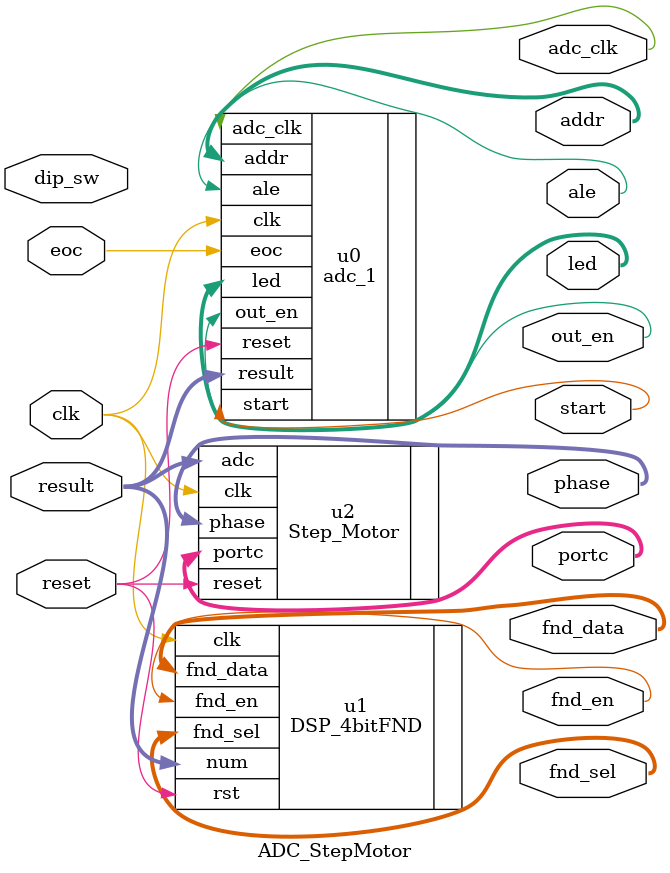
<source format=v>
module ADC_StepMotor(clk,reset,led,dip_sw,eoc,start,ale,out_en,adc_clk,addr,result,fnd_data,fnd_en,fnd_sel,phase,portc);

 input clk,reset;
 input eoc;
 input [7:0]result;
 input [7:0]dip_sw;
 
 output [7:0]led;
 
 output [2:0]addr;
 output start,ale,out_en,adc_clk;
 
 output [7:0]fnd_data;
 output [3:0]fnd_sel;
 output fnd_en;
 
 output [1:0]portc;
 output [3:0]phase;
 
 adc_1 u0(.clk(clk),.reset(reset),.eoc(eoc),.start(start),.ale(ale),.out_en(out_en),.adc_clk(adc_clk),.addr(addr),.result(result),.led(led));  //ADC È¸·Î
 DSP_4bitFND u1(.clk(clk),.rst(reset),.num(result),.fnd_data(fnd_data),.fnd_en(fnd_en),.fnd_sel(fnd_sel));  //FND È¸·Î
 Step_Motor u2(.clk(clk),.reset(reset),.portc(portc),.phase(phase),.adc(result));  //½ºÅÜ¸ðÅÍ È¸·Î
 
endmodule

</source>
